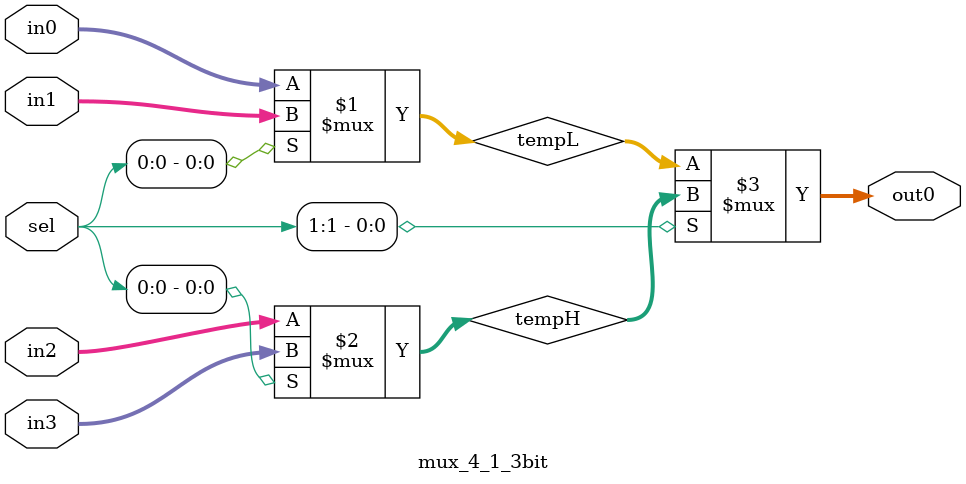
<source format=v>

module mux_4_1_3bit (in0, in1, in2, in3, sel, out0);

/*****************************************************|
|********* Input/ Output Signal Declarations *********|
|*****************************************************/
    //Input CLK & RST
		//None

    //Input Signals
    input wire [2:0] 	in0,
						in1,
						in2,
						in3;
    
    //Input Control Signals
    input wire [1:0]	sel;
    
    //Output Signals
    output wire [2:0]  out0;

/*****************************************************|
|********** Internal Signal Declarations *************|
|*****************************************************/
	wire [2:0] 	tempL,
				tempH;			

/*****************************************************|
|********* Internal Module Instantitations ***********|
|*****************************************************/
	//None

/*****************************************************|
|***************** Internal Logic ********************|
|*****************************************************/
	assign tempL = sel[0] ? in1 : in0;
	assign tempH = sel[0] ? in3 : in2;
	assign out0  = sel[1] ? tempH : tempL;
	
endmodule

</source>
